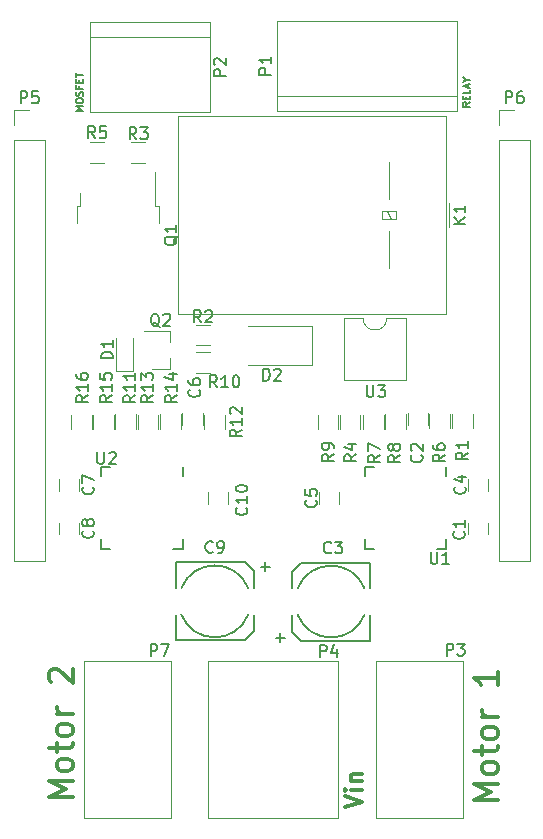
<source format=gto>
%TF.GenerationSoftware,KiCad,Pcbnew,5.1.5+dfsg1-2build2*%
%TF.CreationDate,2021-01-24T18:27:10+01:00*%
%TF.ProjectId,Placa-Caja-Coccion,506c6163-612d-4436-916a-612d436f6363,rev?*%
%TF.SameCoordinates,Original*%
%TF.FileFunction,Legend,Top*%
%TF.FilePolarity,Positive*%
%FSLAX46Y46*%
G04 Gerber Fmt 4.6, Leading zero omitted, Abs format (unit mm)*
G04 Created by KiCad (PCBNEW 5.1.5+dfsg1-2build2) date 2021-01-24 18:27:10*
%MOMM*%
%LPD*%
G04 APERTURE LIST*
%ADD10C,0.127000*%
%ADD11C,0.300000*%
%ADD12C,0.120000*%
%ADD13C,0.150000*%
G04 APERTURE END LIST*
D10*
X131021428Y-76557142D02*
X130421428Y-76557142D01*
X130850000Y-76357142D01*
X130421428Y-76157142D01*
X131021428Y-76157142D01*
X130421428Y-75757142D02*
X130421428Y-75642857D01*
X130450000Y-75585714D01*
X130507142Y-75528571D01*
X130621428Y-75500000D01*
X130821428Y-75500000D01*
X130935714Y-75528571D01*
X130992857Y-75585714D01*
X131021428Y-75642857D01*
X131021428Y-75757142D01*
X130992857Y-75814285D01*
X130935714Y-75871428D01*
X130821428Y-75900000D01*
X130621428Y-75900000D01*
X130507142Y-75871428D01*
X130450000Y-75814285D01*
X130421428Y-75757142D01*
X130992857Y-75271428D02*
X131021428Y-75185714D01*
X131021428Y-75042857D01*
X130992857Y-74985714D01*
X130964285Y-74957142D01*
X130907142Y-74928571D01*
X130850000Y-74928571D01*
X130792857Y-74957142D01*
X130764285Y-74985714D01*
X130735714Y-75042857D01*
X130707142Y-75157142D01*
X130678571Y-75214285D01*
X130650000Y-75242857D01*
X130592857Y-75271428D01*
X130535714Y-75271428D01*
X130478571Y-75242857D01*
X130450000Y-75214285D01*
X130421428Y-75157142D01*
X130421428Y-75014285D01*
X130450000Y-74928571D01*
X130707142Y-74471428D02*
X130707142Y-74671428D01*
X131021428Y-74671428D02*
X130421428Y-74671428D01*
X130421428Y-74385714D01*
X130707142Y-74157142D02*
X130707142Y-73957142D01*
X131021428Y-73871428D02*
X131021428Y-74157142D01*
X130421428Y-74157142D01*
X130421428Y-73871428D01*
X130421428Y-73700000D02*
X130421428Y-73357142D01*
X131021428Y-73528571D02*
X130421428Y-73528571D01*
X163771428Y-75842857D02*
X163485714Y-76042857D01*
X163771428Y-76185714D02*
X163171428Y-76185714D01*
X163171428Y-75957142D01*
X163200000Y-75900000D01*
X163228571Y-75871428D01*
X163285714Y-75842857D01*
X163371428Y-75842857D01*
X163428571Y-75871428D01*
X163457142Y-75900000D01*
X163485714Y-75957142D01*
X163485714Y-76185714D01*
X163457142Y-75585714D02*
X163457142Y-75385714D01*
X163771428Y-75300000D02*
X163771428Y-75585714D01*
X163171428Y-75585714D01*
X163171428Y-75300000D01*
X163771428Y-74757142D02*
X163771428Y-75042857D01*
X163171428Y-75042857D01*
X163600000Y-74585714D02*
X163600000Y-74300000D01*
X163771428Y-74642857D02*
X163171428Y-74442857D01*
X163771428Y-74242857D01*
X163485714Y-73928571D02*
X163771428Y-73928571D01*
X163171428Y-74128571D02*
X163485714Y-73928571D01*
X163171428Y-73728571D01*
D11*
X153178571Y-135535714D02*
X154678571Y-135035714D01*
X153178571Y-134535714D01*
X154678571Y-134035714D02*
X153678571Y-134035714D01*
X153178571Y-134035714D02*
X153250000Y-134107142D01*
X153321428Y-134035714D01*
X153250000Y-133964285D01*
X153178571Y-134035714D01*
X153321428Y-134035714D01*
X153678571Y-133321428D02*
X154678571Y-133321428D01*
X153821428Y-133321428D02*
X153750000Y-133250000D01*
X153678571Y-133107142D01*
X153678571Y-132892857D01*
X153750000Y-132750000D01*
X153892857Y-132678571D01*
X154678571Y-132678571D01*
X130154761Y-134630952D02*
X128154761Y-134630952D01*
X129583333Y-133964285D01*
X128154761Y-133297619D01*
X130154761Y-133297619D01*
X130154761Y-132059523D02*
X130059523Y-132250000D01*
X129964285Y-132345238D01*
X129773809Y-132440476D01*
X129202380Y-132440476D01*
X129011904Y-132345238D01*
X128916666Y-132250000D01*
X128821428Y-132059523D01*
X128821428Y-131773809D01*
X128916666Y-131583333D01*
X129011904Y-131488095D01*
X129202380Y-131392857D01*
X129773809Y-131392857D01*
X129964285Y-131488095D01*
X130059523Y-131583333D01*
X130154761Y-131773809D01*
X130154761Y-132059523D01*
X128821428Y-130821428D02*
X128821428Y-130059523D01*
X128154761Y-130535714D02*
X129869047Y-130535714D01*
X130059523Y-130440476D01*
X130154761Y-130250000D01*
X130154761Y-130059523D01*
X130154761Y-129107142D02*
X130059523Y-129297619D01*
X129964285Y-129392857D01*
X129773809Y-129488095D01*
X129202380Y-129488095D01*
X129011904Y-129392857D01*
X128916666Y-129297619D01*
X128821428Y-129107142D01*
X128821428Y-128821428D01*
X128916666Y-128630952D01*
X129011904Y-128535714D01*
X129202380Y-128440476D01*
X129773809Y-128440476D01*
X129964285Y-128535714D01*
X130059523Y-128630952D01*
X130154761Y-128821428D01*
X130154761Y-129107142D01*
X130154761Y-127583333D02*
X128821428Y-127583333D01*
X129202380Y-127583333D02*
X129011904Y-127488095D01*
X128916666Y-127392857D01*
X128821428Y-127202380D01*
X128821428Y-127011904D01*
X128345238Y-124916666D02*
X128250000Y-124821428D01*
X128154761Y-124630952D01*
X128154761Y-124154761D01*
X128250000Y-123964285D01*
X128345238Y-123869047D01*
X128535714Y-123773809D01*
X128726190Y-123773809D01*
X129011904Y-123869047D01*
X130154761Y-125011904D01*
X130154761Y-123773809D01*
X166154761Y-134880952D02*
X164154761Y-134880952D01*
X165583333Y-134214285D01*
X164154761Y-133547619D01*
X166154761Y-133547619D01*
X166154761Y-132309523D02*
X166059523Y-132500000D01*
X165964285Y-132595238D01*
X165773809Y-132690476D01*
X165202380Y-132690476D01*
X165011904Y-132595238D01*
X164916666Y-132500000D01*
X164821428Y-132309523D01*
X164821428Y-132023809D01*
X164916666Y-131833333D01*
X165011904Y-131738095D01*
X165202380Y-131642857D01*
X165773809Y-131642857D01*
X165964285Y-131738095D01*
X166059523Y-131833333D01*
X166154761Y-132023809D01*
X166154761Y-132309523D01*
X164821428Y-131071428D02*
X164821428Y-130309523D01*
X164154761Y-130785714D02*
X165869047Y-130785714D01*
X166059523Y-130690476D01*
X166154761Y-130500000D01*
X166154761Y-130309523D01*
X166154761Y-129357142D02*
X166059523Y-129547619D01*
X165964285Y-129642857D01*
X165773809Y-129738095D01*
X165202380Y-129738095D01*
X165011904Y-129642857D01*
X164916666Y-129547619D01*
X164821428Y-129357142D01*
X164821428Y-129071428D01*
X164916666Y-128880952D01*
X165011904Y-128785714D01*
X165202380Y-128690476D01*
X165773809Y-128690476D01*
X165964285Y-128785714D01*
X166059523Y-128880952D01*
X166154761Y-129071428D01*
X166154761Y-129357142D01*
X166154761Y-127833333D02*
X164821428Y-127833333D01*
X165202380Y-127833333D02*
X165011904Y-127738095D01*
X164916666Y-127642857D01*
X164821428Y-127452380D01*
X164821428Y-127261904D01*
X166154761Y-124023809D02*
X166154761Y-125166666D01*
X166154761Y-124595238D02*
X164154761Y-124595238D01*
X164440476Y-124785714D01*
X164630952Y-124976190D01*
X164726190Y-125166666D01*
D12*
X141790000Y-69037200D02*
X131630000Y-69037200D01*
X141790000Y-76657200D02*
X141790000Y-69037200D01*
X131630000Y-76657200D02*
X141790000Y-76657200D01*
X131630000Y-69037200D02*
X131630000Y-76657200D01*
X131630000Y-70307200D02*
X141790000Y-70307200D01*
X147460000Y-76560000D02*
X162700000Y-76560000D01*
X147460000Y-68940000D02*
X162700000Y-68940000D01*
X147460000Y-75290000D02*
X162700000Y-75290000D01*
X162700000Y-76560000D02*
X162700000Y-68940000D01*
X147460000Y-76560000D02*
X147460000Y-68940000D01*
X155817080Y-136452120D02*
X155817080Y-123102120D01*
X155817080Y-123102120D02*
X163217080Y-123102120D01*
X163217080Y-123102120D02*
X163217080Y-136452120D01*
X163217080Y-136452120D02*
X155817080Y-136452120D01*
D13*
X149196274Y-119215446D02*
G75*
G03X154861260Y-119217440I2832886J1115606D01*
G01*
X154861260Y-116982240D02*
G75*
G03X149197060Y-116982240I-2832100J-1117600D01*
G01*
X155331160Y-121401840D02*
X155331160Y-119217440D01*
X155331160Y-114797840D02*
X155331160Y-116982240D01*
X148727160Y-120639840D02*
X148727160Y-119217440D01*
X148727160Y-115559840D02*
X148727160Y-116982240D01*
X155331160Y-121401840D02*
X149489160Y-121401840D01*
X149489160Y-121401840D02*
X148727160Y-120639840D01*
X148727160Y-115559840D02*
X149489160Y-114797840D01*
X149489160Y-114797840D02*
X155331160Y-114797840D01*
X144724120Y-121386600D02*
X138882120Y-121386600D01*
X145486120Y-120624600D02*
X144724120Y-121386600D01*
X144724120Y-114782600D02*
X145486120Y-115544600D01*
X138882120Y-114782600D02*
X144724120Y-114782600D01*
X145486120Y-120624600D02*
X145486120Y-119202200D01*
X145486120Y-115544600D02*
X145486120Y-116967000D01*
X138882120Y-121386600D02*
X138882120Y-119202200D01*
X138882120Y-114782600D02*
X138882120Y-116967000D01*
X139352020Y-119202200D02*
G75*
G03X145016220Y-119202200I2832100J1117600D01*
G01*
X145017006Y-116968994D02*
G75*
G03X139352020Y-116967000I-2832886J-1115606D01*
G01*
D12*
X165299760Y-112407320D02*
X165299760Y-111407320D01*
X163599760Y-111407320D02*
X163599760Y-112407320D01*
X158524840Y-102145720D02*
X158524840Y-103145720D01*
X160224840Y-103145720D02*
X160224840Y-102145720D01*
X163635320Y-107704000D02*
X163635320Y-108704000D01*
X165335320Y-108704000D02*
X165335320Y-107704000D01*
X152736920Y-109847000D02*
X152736920Y-108847000D01*
X151036920Y-108847000D02*
X151036920Y-109847000D01*
X139449440Y-102171880D02*
X139449440Y-103171880D01*
X141149440Y-103171880D02*
X141149440Y-102171880D01*
X129004960Y-107734480D02*
X129004960Y-108734480D01*
X130704960Y-108734480D02*
X130704960Y-107734480D01*
X130704960Y-112422560D02*
X130704960Y-111422560D01*
X129004960Y-111422560D02*
X129004960Y-112422560D01*
X143308440Y-109847000D02*
X143308440Y-108847000D01*
X141608440Y-108847000D02*
X141608440Y-109847000D01*
X133853960Y-98579080D02*
X135253960Y-98579080D01*
X135253960Y-98579080D02*
X135253960Y-95779080D01*
X133853960Y-98579080D02*
X133853960Y-95779080D01*
X150410120Y-98083640D02*
X150410120Y-94783640D01*
X150410120Y-94783640D02*
X145010120Y-94783640D01*
X150410120Y-98083640D02*
X145010120Y-98083640D01*
X139096240Y-93714320D02*
X161796240Y-93714320D01*
X161796240Y-93714320D02*
X161796240Y-77014320D01*
X161796240Y-77014320D02*
X139096240Y-77014320D01*
X139096240Y-77014320D02*
X139096240Y-93714320D01*
X156746240Y-85014320D02*
X157146240Y-85714320D01*
X156346240Y-85714320D02*
X157546240Y-85714320D01*
X157546240Y-85714320D02*
X157546240Y-85014320D01*
X157546240Y-85014320D02*
X156346240Y-85014320D01*
X156346240Y-85014320D02*
X156346240Y-85714320D01*
X162056240Y-84364320D02*
X162056240Y-86364320D01*
X156946240Y-80864320D02*
X156946240Y-84014320D01*
X156946240Y-86714320D02*
X156946240Y-89864320D01*
X141640800Y-136452120D02*
X141640800Y-123102120D01*
X141640800Y-123102120D02*
X152640800Y-123102120D01*
X152640800Y-123102120D02*
X152640800Y-136452120D01*
X152640800Y-136452120D02*
X141640800Y-136452120D01*
X125156920Y-114669880D02*
X127816920Y-114669880D01*
X125156920Y-79049880D02*
X125156920Y-114669880D01*
X127816920Y-79049880D02*
X127816920Y-114669880D01*
X125156920Y-79049880D02*
X127816920Y-79049880D01*
X125156920Y-77779880D02*
X125156920Y-76449880D01*
X125156920Y-76449880D02*
X126486920Y-76449880D01*
X166213480Y-76444800D02*
X167543480Y-76444800D01*
X166213480Y-77774800D02*
X166213480Y-76444800D01*
X166213480Y-79044800D02*
X168873480Y-79044800D01*
X168873480Y-79044800D02*
X168873480Y-114664800D01*
X166213480Y-79044800D02*
X166213480Y-114664800D01*
X166213480Y-114664800D02*
X168873480Y-114664800D01*
X138492720Y-136452120D02*
X131092720Y-136452120D01*
X138492720Y-123102120D02*
X138492720Y-136452120D01*
X131092720Y-123102120D02*
X138492720Y-123102120D01*
X131092720Y-136452120D02*
X131092720Y-123102120D01*
X137429920Y-86091040D02*
X137429920Y-84591040D01*
X137429920Y-84591040D02*
X137159920Y-84591040D01*
X137159920Y-84591040D02*
X137159920Y-81761040D01*
X130529920Y-86091040D02*
X130529920Y-84591040D01*
X130529920Y-84591040D02*
X130799920Y-84591040D01*
X130799920Y-84591040D02*
X130799920Y-83491040D01*
X138361960Y-98374320D02*
X138361960Y-97444320D01*
X138361960Y-95214320D02*
X138361960Y-96144320D01*
X138361960Y-95214320D02*
X136201960Y-95214320D01*
X138361960Y-98374320D02*
X136901960Y-98374320D01*
X162299760Y-103414120D02*
X162299760Y-102214120D01*
X164059760Y-102214120D02*
X164059760Y-103414120D01*
X141783360Y-96404320D02*
X140583360Y-96404320D01*
X140583360Y-94644320D02*
X141783360Y-94644320D01*
X136317280Y-80945880D02*
X135117280Y-80945880D01*
X135117280Y-79185880D02*
X136317280Y-79185880D01*
X154514440Y-102280160D02*
X154514440Y-103480160D01*
X152754440Y-103480160D02*
X152754440Y-102280160D01*
X132822201Y-80935720D02*
X131622201Y-80935720D01*
X131622201Y-79175720D02*
X132822201Y-79175720D01*
X162124280Y-102229360D02*
X162124280Y-103429360D01*
X160364280Y-103429360D02*
X160364280Y-102229360D01*
X154715320Y-103480160D02*
X154715320Y-102280160D01*
X156475320Y-102280160D02*
X156475320Y-103480160D01*
X158354920Y-102249640D02*
X158354920Y-103449640D01*
X156594920Y-103449640D02*
X156594920Y-102249640D01*
X150890080Y-103510640D02*
X150890080Y-102310640D01*
X152650080Y-102310640D02*
X152650080Y-103510640D01*
X141808760Y-98720800D02*
X140608760Y-98720800D01*
X140608760Y-96960800D02*
X141808760Y-96960800D01*
X135515240Y-102259840D02*
X135515240Y-103459840D01*
X133755240Y-103459840D02*
X133755240Y-102259840D01*
X141258400Y-103490320D02*
X141258400Y-102290320D01*
X143018400Y-102290320D02*
X143018400Y-103490320D01*
X137410080Y-102264920D02*
X137410080Y-103464920D01*
X135650080Y-103464920D02*
X135650080Y-102264920D01*
X137585560Y-103449680D02*
X137585560Y-102249680D01*
X139345560Y-102249680D02*
X139345560Y-103449680D01*
X133640720Y-102275080D02*
X133640720Y-103475080D01*
X131880720Y-103475080D02*
X131880720Y-102275080D01*
X130011280Y-103475080D02*
X130011280Y-102275080D01*
X131771280Y-102275080D02*
X131771280Y-103475080D01*
D13*
X161795289Y-113614440D02*
X161005289Y-113614440D01*
X161795289Y-113614440D02*
X161795289Y-112824440D01*
X154865289Y-113614440D02*
X154865289Y-112824440D01*
X154865289Y-113614440D02*
X155655289Y-113614440D01*
X154865289Y-106684440D02*
X155655289Y-106684440D01*
X154865289Y-106684440D02*
X154865289Y-107474440D01*
X161795289Y-106684440D02*
X161795289Y-107474440D01*
X139462000Y-106684440D02*
X139462000Y-107474440D01*
X132532000Y-106684440D02*
X132532000Y-107474440D01*
X132532000Y-106684440D02*
X133322000Y-106684440D01*
X132532000Y-113614440D02*
X133322000Y-113614440D01*
X132532000Y-113614440D02*
X132532000Y-112824440D01*
X139462000Y-113614440D02*
X139462000Y-112824440D01*
X139462000Y-113614440D02*
X138672000Y-113614440D01*
D12*
X156747720Y-94113040D02*
G75*
G02X154747720Y-94113040I-1000000J0D01*
G01*
X154747720Y-94113040D02*
X153097720Y-94113040D01*
X153097720Y-94113040D02*
X153097720Y-99313040D01*
X153097720Y-99313040D02*
X158397720Y-99313040D01*
X158397720Y-99313040D02*
X158397720Y-94113040D01*
X158397720Y-94113040D02*
X156747720Y-94113040D01*
D13*
X143111060Y-73605615D02*
X142111060Y-73605615D01*
X142111060Y-73224662D01*
X142158680Y-73129424D01*
X142206299Y-73081805D01*
X142301537Y-73034186D01*
X142444394Y-73034186D01*
X142539632Y-73081805D01*
X142587251Y-73129424D01*
X142634870Y-73224662D01*
X142634870Y-73605615D01*
X142206299Y-72653234D02*
X142158680Y-72605615D01*
X142111060Y-72510377D01*
X142111060Y-72272281D01*
X142158680Y-72177043D01*
X142206299Y-72129424D01*
X142301537Y-72081805D01*
X142396775Y-72081805D01*
X142539632Y-72129424D01*
X143111060Y-72700853D01*
X143111060Y-72081805D01*
X146952380Y-73488095D02*
X145952380Y-73488095D01*
X145952380Y-73107142D01*
X146000000Y-73011904D01*
X146047619Y-72964285D01*
X146142857Y-72916666D01*
X146285714Y-72916666D01*
X146380952Y-72964285D01*
X146428571Y-73011904D01*
X146476190Y-73107142D01*
X146476190Y-73488095D01*
X146952380Y-71964285D02*
X146952380Y-72535714D01*
X146952380Y-72250000D02*
X145952380Y-72250000D01*
X146095238Y-72345238D01*
X146190476Y-72440476D01*
X146238095Y-72535714D01*
X161811904Y-122677380D02*
X161811904Y-121677380D01*
X162192857Y-121677380D01*
X162288095Y-121725000D01*
X162335714Y-121772619D01*
X162383333Y-121867857D01*
X162383333Y-122010714D01*
X162335714Y-122105952D01*
X162288095Y-122153571D01*
X162192857Y-122201190D01*
X161811904Y-122201190D01*
X162716666Y-121677380D02*
X163335714Y-121677380D01*
X163002380Y-122058333D01*
X163145238Y-122058333D01*
X163240476Y-122105952D01*
X163288095Y-122153571D01*
X163335714Y-122248809D01*
X163335714Y-122486904D01*
X163288095Y-122582142D01*
X163240476Y-122629761D01*
X163145238Y-122677380D01*
X162859523Y-122677380D01*
X162764285Y-122629761D01*
X162716666Y-122582142D01*
X152033333Y-113932142D02*
X151985714Y-113979761D01*
X151842857Y-114027380D01*
X151747619Y-114027380D01*
X151604761Y-113979761D01*
X151509523Y-113884523D01*
X151461904Y-113789285D01*
X151414285Y-113598809D01*
X151414285Y-113455952D01*
X151461904Y-113265476D01*
X151509523Y-113170238D01*
X151604761Y-113075000D01*
X151747619Y-113027380D01*
X151842857Y-113027380D01*
X151985714Y-113075000D01*
X152033333Y-113122619D01*
X152366666Y-113027380D02*
X152985714Y-113027380D01*
X152652380Y-113408333D01*
X152795238Y-113408333D01*
X152890476Y-113455952D01*
X152938095Y-113503571D01*
X152985714Y-113598809D01*
X152985714Y-113836904D01*
X152938095Y-113932142D01*
X152890476Y-113979761D01*
X152795238Y-114027380D01*
X152509523Y-114027380D01*
X152414285Y-113979761D01*
X152366666Y-113932142D01*
X147368307Y-121181168D02*
X148130212Y-121181168D01*
X147749260Y-121562120D02*
X147749260Y-120800216D01*
X142017453Y-113882442D02*
X141969834Y-113930061D01*
X141826977Y-113977680D01*
X141731739Y-113977680D01*
X141588881Y-113930061D01*
X141493643Y-113834823D01*
X141446024Y-113739585D01*
X141398405Y-113549109D01*
X141398405Y-113406252D01*
X141446024Y-113215776D01*
X141493643Y-113120538D01*
X141588881Y-113025300D01*
X141731739Y-112977680D01*
X141826977Y-112977680D01*
X141969834Y-113025300D01*
X142017453Y-113072919D01*
X142493643Y-113977680D02*
X142684120Y-113977680D01*
X142779358Y-113930061D01*
X142826977Y-113882442D01*
X142922215Y-113739585D01*
X142969834Y-113549109D01*
X142969834Y-113168157D01*
X142922215Y-113072919D01*
X142874596Y-113025300D01*
X142779358Y-112977680D01*
X142588881Y-112977680D01*
X142493643Y-113025300D01*
X142446024Y-113072919D01*
X142398405Y-113168157D01*
X142398405Y-113406252D01*
X142446024Y-113501490D01*
X142493643Y-113549109D01*
X142588881Y-113596728D01*
X142779358Y-113596728D01*
X142874596Y-113549109D01*
X142922215Y-113501490D01*
X142969834Y-113406252D01*
X146083067Y-115146128D02*
X146844972Y-115146128D01*
X146464020Y-115527080D02*
X146464020Y-114765176D01*
X163257142Y-112166666D02*
X163304761Y-112214285D01*
X163352380Y-112357142D01*
X163352380Y-112452380D01*
X163304761Y-112595238D01*
X163209523Y-112690476D01*
X163114285Y-112738095D01*
X162923809Y-112785714D01*
X162780952Y-112785714D01*
X162590476Y-112738095D01*
X162495238Y-112690476D01*
X162400000Y-112595238D01*
X162352380Y-112452380D01*
X162352380Y-112357142D01*
X162400000Y-112214285D01*
X162447619Y-112166666D01*
X163352380Y-111214285D02*
X163352380Y-111785714D01*
X163352380Y-111500000D02*
X162352380Y-111500000D01*
X162495238Y-111595238D01*
X162590476Y-111690476D01*
X162638095Y-111785714D01*
X159682142Y-105691666D02*
X159729761Y-105739285D01*
X159777380Y-105882142D01*
X159777380Y-105977380D01*
X159729761Y-106120238D01*
X159634523Y-106215476D01*
X159539285Y-106263095D01*
X159348809Y-106310714D01*
X159205952Y-106310714D01*
X159015476Y-106263095D01*
X158920238Y-106215476D01*
X158825000Y-106120238D01*
X158777380Y-105977380D01*
X158777380Y-105882142D01*
X158825000Y-105739285D01*
X158872619Y-105691666D01*
X158872619Y-105310714D02*
X158825000Y-105263095D01*
X158777380Y-105167857D01*
X158777380Y-104929761D01*
X158825000Y-104834523D01*
X158872619Y-104786904D01*
X158967857Y-104739285D01*
X159063095Y-104739285D01*
X159205952Y-104786904D01*
X159777380Y-105358333D01*
X159777380Y-104739285D01*
X163357142Y-108370666D02*
X163404761Y-108418285D01*
X163452380Y-108561142D01*
X163452380Y-108656380D01*
X163404761Y-108799238D01*
X163309523Y-108894476D01*
X163214285Y-108942095D01*
X163023809Y-108989714D01*
X162880952Y-108989714D01*
X162690476Y-108942095D01*
X162595238Y-108894476D01*
X162500000Y-108799238D01*
X162452380Y-108656380D01*
X162452380Y-108561142D01*
X162500000Y-108418285D01*
X162547619Y-108370666D01*
X162785714Y-107513523D02*
X163452380Y-107513523D01*
X162404761Y-107751619D02*
X163119047Y-107989714D01*
X163119047Y-107370666D01*
X150744062Y-109513666D02*
X150791681Y-109561285D01*
X150839300Y-109704142D01*
X150839300Y-109799380D01*
X150791681Y-109942238D01*
X150696443Y-110037476D01*
X150601205Y-110085095D01*
X150410729Y-110132714D01*
X150267872Y-110132714D01*
X150077396Y-110085095D01*
X149982158Y-110037476D01*
X149886920Y-109942238D01*
X149839300Y-109799380D01*
X149839300Y-109704142D01*
X149886920Y-109561285D01*
X149934539Y-109513666D01*
X149839300Y-108608904D02*
X149839300Y-109085095D01*
X150315491Y-109132714D01*
X150267872Y-109085095D01*
X150220253Y-108989857D01*
X150220253Y-108751761D01*
X150267872Y-108656523D01*
X150315491Y-108608904D01*
X150410729Y-108561285D01*
X150648824Y-108561285D01*
X150744062Y-108608904D01*
X150791681Y-108656523D01*
X150839300Y-108751761D01*
X150839300Y-108989857D01*
X150791681Y-109085095D01*
X150744062Y-109132714D01*
X140857142Y-100166666D02*
X140904761Y-100214285D01*
X140952380Y-100357142D01*
X140952380Y-100452380D01*
X140904761Y-100595238D01*
X140809523Y-100690476D01*
X140714285Y-100738095D01*
X140523809Y-100785714D01*
X140380952Y-100785714D01*
X140190476Y-100738095D01*
X140095238Y-100690476D01*
X140000000Y-100595238D01*
X139952380Y-100452380D01*
X139952380Y-100357142D01*
X140000000Y-100214285D01*
X140047619Y-100166666D01*
X139952380Y-99309523D02*
X139952380Y-99500000D01*
X140000000Y-99595238D01*
X140047619Y-99642857D01*
X140190476Y-99738095D01*
X140380952Y-99785714D01*
X140761904Y-99785714D01*
X140857142Y-99738095D01*
X140904761Y-99690476D01*
X140952380Y-99595238D01*
X140952380Y-99404761D01*
X140904761Y-99309523D01*
X140857142Y-99261904D01*
X140761904Y-99214285D01*
X140523809Y-99214285D01*
X140428571Y-99261904D01*
X140380952Y-99309523D01*
X140333333Y-99404761D01*
X140333333Y-99595238D01*
X140380952Y-99690476D01*
X140428571Y-99738095D01*
X140523809Y-99785714D01*
X131857142Y-108401146D02*
X131904761Y-108448765D01*
X131952380Y-108591622D01*
X131952380Y-108686860D01*
X131904761Y-108829718D01*
X131809523Y-108924956D01*
X131714285Y-108972575D01*
X131523809Y-109020194D01*
X131380952Y-109020194D01*
X131190476Y-108972575D01*
X131095238Y-108924956D01*
X131000000Y-108829718D01*
X130952380Y-108686860D01*
X130952380Y-108591622D01*
X131000000Y-108448765D01*
X131047619Y-108401146D01*
X130952380Y-108067813D02*
X130952380Y-107401146D01*
X131952380Y-107829718D01*
X131857142Y-112089226D02*
X131904761Y-112136845D01*
X131952380Y-112279702D01*
X131952380Y-112374940D01*
X131904761Y-112517798D01*
X131809523Y-112613036D01*
X131714285Y-112660655D01*
X131523809Y-112708274D01*
X131380952Y-112708274D01*
X131190476Y-112660655D01*
X131095238Y-112613036D01*
X131000000Y-112517798D01*
X130952380Y-112374940D01*
X130952380Y-112279702D01*
X131000000Y-112136845D01*
X131047619Y-112089226D01*
X131380952Y-111517798D02*
X131333333Y-111613036D01*
X131285714Y-111660655D01*
X131190476Y-111708274D01*
X131142857Y-111708274D01*
X131047619Y-111660655D01*
X131000000Y-111613036D01*
X130952380Y-111517798D01*
X130952380Y-111327321D01*
X131000000Y-111232083D01*
X131047619Y-111184464D01*
X131142857Y-111136845D01*
X131190476Y-111136845D01*
X131285714Y-111184464D01*
X131333333Y-111232083D01*
X131380952Y-111327321D01*
X131380952Y-111517798D01*
X131428571Y-111613036D01*
X131476190Y-111660655D01*
X131571428Y-111708274D01*
X131761904Y-111708274D01*
X131857142Y-111660655D01*
X131904761Y-111613036D01*
X131952380Y-111517798D01*
X131952380Y-111327321D01*
X131904761Y-111232083D01*
X131857142Y-111184464D01*
X131761904Y-111136845D01*
X131571428Y-111136845D01*
X131476190Y-111184464D01*
X131428571Y-111232083D01*
X131380952Y-111327321D01*
X144857142Y-110142857D02*
X144904761Y-110190476D01*
X144952380Y-110333333D01*
X144952380Y-110428571D01*
X144904761Y-110571428D01*
X144809523Y-110666666D01*
X144714285Y-110714285D01*
X144523809Y-110761904D01*
X144380952Y-110761904D01*
X144190476Y-110714285D01*
X144095238Y-110666666D01*
X144000000Y-110571428D01*
X143952380Y-110428571D01*
X143952380Y-110333333D01*
X144000000Y-110190476D01*
X144047619Y-110142857D01*
X144952380Y-109190476D02*
X144952380Y-109761904D01*
X144952380Y-109476190D02*
X143952380Y-109476190D01*
X144095238Y-109571428D01*
X144190476Y-109666666D01*
X144238095Y-109761904D01*
X143952380Y-108571428D02*
X143952380Y-108476190D01*
X144000000Y-108380952D01*
X144047619Y-108333333D01*
X144142857Y-108285714D01*
X144333333Y-108238095D01*
X144571428Y-108238095D01*
X144761904Y-108285714D01*
X144857142Y-108333333D01*
X144904761Y-108380952D01*
X144952380Y-108476190D01*
X144952380Y-108571428D01*
X144904761Y-108666666D01*
X144857142Y-108714285D01*
X144761904Y-108761904D01*
X144571428Y-108809523D01*
X144333333Y-108809523D01*
X144142857Y-108761904D01*
X144047619Y-108714285D01*
X144000000Y-108666666D01*
X143952380Y-108571428D01*
X133556340Y-97517175D02*
X132556340Y-97517175D01*
X132556340Y-97279080D01*
X132603960Y-97136222D01*
X132699198Y-97040984D01*
X132794436Y-96993365D01*
X132984912Y-96945746D01*
X133127769Y-96945746D01*
X133318245Y-96993365D01*
X133413483Y-97040984D01*
X133508721Y-97136222D01*
X133556340Y-97279080D01*
X133556340Y-97517175D01*
X133556340Y-95993365D02*
X133556340Y-96564794D01*
X133556340Y-96279080D02*
X132556340Y-96279080D01*
X132699198Y-96374318D01*
X132794436Y-96469556D01*
X132842055Y-96564794D01*
X146272024Y-99386020D02*
X146272024Y-98386020D01*
X146510120Y-98386020D01*
X146652977Y-98433640D01*
X146748215Y-98528878D01*
X146795834Y-98624116D01*
X146843453Y-98814592D01*
X146843453Y-98957449D01*
X146795834Y-99147925D01*
X146748215Y-99243163D01*
X146652977Y-99338401D01*
X146510120Y-99386020D01*
X146272024Y-99386020D01*
X147224405Y-98481259D02*
X147272024Y-98433640D01*
X147367262Y-98386020D01*
X147605358Y-98386020D01*
X147700596Y-98433640D01*
X147748215Y-98481259D01*
X147795834Y-98576497D01*
X147795834Y-98671735D01*
X147748215Y-98814592D01*
X147176786Y-99386020D01*
X147795834Y-99386020D01*
X163398620Y-86102415D02*
X162398620Y-86102415D01*
X163398620Y-85530986D02*
X162827192Y-85959558D01*
X162398620Y-85530986D02*
X162970049Y-86102415D01*
X163398620Y-84578605D02*
X163398620Y-85150034D01*
X163398620Y-84864320D02*
X162398620Y-84864320D01*
X162541478Y-84959558D01*
X162636716Y-85054796D01*
X162684335Y-85150034D01*
X151086904Y-122777380D02*
X151086904Y-121777380D01*
X151467857Y-121777380D01*
X151563095Y-121825000D01*
X151610714Y-121872619D01*
X151658333Y-121967857D01*
X151658333Y-122110714D01*
X151610714Y-122205952D01*
X151563095Y-122253571D01*
X151467857Y-122301190D01*
X151086904Y-122301190D01*
X152515476Y-122110714D02*
X152515476Y-122777380D01*
X152277380Y-121729761D02*
X152039285Y-122444047D01*
X152658333Y-122444047D01*
X125748824Y-75902260D02*
X125748824Y-74902260D01*
X126129777Y-74902260D01*
X126225015Y-74949880D01*
X126272634Y-74997499D01*
X126320253Y-75092737D01*
X126320253Y-75235594D01*
X126272634Y-75330832D01*
X126225015Y-75378451D01*
X126129777Y-75426070D01*
X125748824Y-75426070D01*
X127225015Y-74902260D02*
X126748824Y-74902260D01*
X126701205Y-75378451D01*
X126748824Y-75330832D01*
X126844062Y-75283213D01*
X127082158Y-75283213D01*
X127177396Y-75330832D01*
X127225015Y-75378451D01*
X127272634Y-75473689D01*
X127272634Y-75711784D01*
X127225015Y-75807022D01*
X127177396Y-75854641D01*
X127082158Y-75902260D01*
X126844062Y-75902260D01*
X126748824Y-75854641D01*
X126701205Y-75807022D01*
X166805384Y-75897180D02*
X166805384Y-74897180D01*
X167186337Y-74897180D01*
X167281575Y-74944800D01*
X167329194Y-74992419D01*
X167376813Y-75087657D01*
X167376813Y-75230514D01*
X167329194Y-75325752D01*
X167281575Y-75373371D01*
X167186337Y-75420990D01*
X166805384Y-75420990D01*
X168233956Y-74897180D02*
X168043480Y-74897180D01*
X167948241Y-74944800D01*
X167900622Y-74992419D01*
X167805384Y-75135276D01*
X167757765Y-75325752D01*
X167757765Y-75706704D01*
X167805384Y-75801942D01*
X167853003Y-75849561D01*
X167948241Y-75897180D01*
X168138718Y-75897180D01*
X168233956Y-75849561D01*
X168281575Y-75801942D01*
X168329194Y-75706704D01*
X168329194Y-75468609D01*
X168281575Y-75373371D01*
X168233956Y-75325752D01*
X168138718Y-75278133D01*
X167948241Y-75278133D01*
X167853003Y-75325752D01*
X167805384Y-75373371D01*
X167757765Y-75468609D01*
X136761904Y-122727380D02*
X136761904Y-121727380D01*
X137142857Y-121727380D01*
X137238095Y-121775000D01*
X137285714Y-121822619D01*
X137333333Y-121917857D01*
X137333333Y-122060714D01*
X137285714Y-122155952D01*
X137238095Y-122203571D01*
X137142857Y-122251190D01*
X136761904Y-122251190D01*
X137666666Y-121727380D02*
X138333333Y-121727380D01*
X137904761Y-122727380D01*
X139027539Y-87156278D02*
X138979920Y-87251516D01*
X138884681Y-87346754D01*
X138741824Y-87489611D01*
X138694205Y-87584849D01*
X138694205Y-87680087D01*
X138932300Y-87632468D02*
X138884681Y-87727706D01*
X138789443Y-87822944D01*
X138598967Y-87870563D01*
X138265634Y-87870563D01*
X138075158Y-87822944D01*
X137979920Y-87727706D01*
X137932300Y-87632468D01*
X137932300Y-87441992D01*
X137979920Y-87346754D01*
X138075158Y-87251516D01*
X138265634Y-87203897D01*
X138598967Y-87203897D01*
X138789443Y-87251516D01*
X138884681Y-87346754D01*
X138932300Y-87441992D01*
X138932300Y-87632468D01*
X138932300Y-86251516D02*
X138932300Y-86822944D01*
X138932300Y-86537230D02*
X137932300Y-86537230D01*
X138075158Y-86632468D01*
X138170396Y-86727706D01*
X138218015Y-86822944D01*
X137506721Y-94841939D02*
X137411483Y-94794320D01*
X137316245Y-94699081D01*
X137173388Y-94556224D01*
X137078150Y-94508605D01*
X136982912Y-94508605D01*
X137030531Y-94746700D02*
X136935293Y-94699081D01*
X136840055Y-94603843D01*
X136792436Y-94413367D01*
X136792436Y-94080034D01*
X136840055Y-93889558D01*
X136935293Y-93794320D01*
X137030531Y-93746700D01*
X137221007Y-93746700D01*
X137316245Y-93794320D01*
X137411483Y-93889558D01*
X137459102Y-94080034D01*
X137459102Y-94413367D01*
X137411483Y-94603843D01*
X137316245Y-94699081D01*
X137221007Y-94746700D01*
X137030531Y-94746700D01*
X137840055Y-93841939D02*
X137887674Y-93794320D01*
X137982912Y-93746700D01*
X138221007Y-93746700D01*
X138316245Y-93794320D01*
X138363864Y-93841939D01*
X138411483Y-93937177D01*
X138411483Y-94032415D01*
X138363864Y-94175272D01*
X137792436Y-94746700D01*
X138411483Y-94746700D01*
X163602380Y-105491666D02*
X163126190Y-105825000D01*
X163602380Y-106063095D02*
X162602380Y-106063095D01*
X162602380Y-105682142D01*
X162650000Y-105586904D01*
X162697619Y-105539285D01*
X162792857Y-105491666D01*
X162935714Y-105491666D01*
X163030952Y-105539285D01*
X163078571Y-105586904D01*
X163126190Y-105682142D01*
X163126190Y-106063095D01*
X163602380Y-104539285D02*
X163602380Y-105110714D01*
X163602380Y-104825000D02*
X162602380Y-104825000D01*
X162745238Y-104920238D01*
X162840476Y-105015476D01*
X162888095Y-105110714D01*
X141016693Y-94452380D02*
X140683360Y-93976190D01*
X140445264Y-94452380D02*
X140445264Y-93452380D01*
X140826217Y-93452380D01*
X140921455Y-93500000D01*
X140969074Y-93547619D01*
X141016693Y-93642857D01*
X141016693Y-93785714D01*
X140969074Y-93880952D01*
X140921455Y-93928571D01*
X140826217Y-93976190D01*
X140445264Y-93976190D01*
X141397645Y-93547619D02*
X141445264Y-93500000D01*
X141540502Y-93452380D01*
X141778598Y-93452380D01*
X141873836Y-93500000D01*
X141921455Y-93547619D01*
X141969074Y-93642857D01*
X141969074Y-93738095D01*
X141921455Y-93880952D01*
X141350026Y-94452380D01*
X141969074Y-94452380D01*
X135550613Y-78952380D02*
X135217280Y-78476190D01*
X134979184Y-78952380D02*
X134979184Y-77952380D01*
X135360137Y-77952380D01*
X135455375Y-78000000D01*
X135502994Y-78047619D01*
X135550613Y-78142857D01*
X135550613Y-78285714D01*
X135502994Y-78380952D01*
X135455375Y-78428571D01*
X135360137Y-78476190D01*
X134979184Y-78476190D01*
X135883946Y-77952380D02*
X136502994Y-77952380D01*
X136169660Y-78333333D01*
X136312518Y-78333333D01*
X136407756Y-78380952D01*
X136455375Y-78428571D01*
X136502994Y-78523809D01*
X136502994Y-78761904D01*
X136455375Y-78857142D01*
X136407756Y-78904761D01*
X136312518Y-78952380D01*
X136026803Y-78952380D01*
X135931565Y-78904761D01*
X135883946Y-78857142D01*
X154152380Y-105641666D02*
X153676190Y-105975000D01*
X154152380Y-106213095D02*
X153152380Y-106213095D01*
X153152380Y-105832142D01*
X153200000Y-105736904D01*
X153247619Y-105689285D01*
X153342857Y-105641666D01*
X153485714Y-105641666D01*
X153580952Y-105689285D01*
X153628571Y-105736904D01*
X153676190Y-105832142D01*
X153676190Y-106213095D01*
X153485714Y-104784523D02*
X154152380Y-104784523D01*
X153104761Y-105022619D02*
X153819047Y-105260714D01*
X153819047Y-104641666D01*
X132055534Y-78858100D02*
X131722201Y-78381910D01*
X131484105Y-78858100D02*
X131484105Y-77858100D01*
X131865058Y-77858100D01*
X131960296Y-77905720D01*
X132007915Y-77953339D01*
X132055534Y-78048577D01*
X132055534Y-78191434D01*
X132007915Y-78286672D01*
X131960296Y-78334291D01*
X131865058Y-78381910D01*
X131484105Y-78381910D01*
X132960296Y-77858100D02*
X132484105Y-77858100D01*
X132436486Y-78334291D01*
X132484105Y-78286672D01*
X132579343Y-78239053D01*
X132817439Y-78239053D01*
X132912677Y-78286672D01*
X132960296Y-78334291D01*
X133007915Y-78429529D01*
X133007915Y-78667624D01*
X132960296Y-78762862D01*
X132912677Y-78810481D01*
X132817439Y-78858100D01*
X132579343Y-78858100D01*
X132484105Y-78810481D01*
X132436486Y-78762862D01*
X161652380Y-105666666D02*
X161176190Y-106000000D01*
X161652380Y-106238095D02*
X160652380Y-106238095D01*
X160652380Y-105857142D01*
X160700000Y-105761904D01*
X160747619Y-105714285D01*
X160842857Y-105666666D01*
X160985714Y-105666666D01*
X161080952Y-105714285D01*
X161128571Y-105761904D01*
X161176190Y-105857142D01*
X161176190Y-106238095D01*
X160652380Y-104809523D02*
X160652380Y-105000000D01*
X160700000Y-105095238D01*
X160747619Y-105142857D01*
X160890476Y-105238095D01*
X161080952Y-105285714D01*
X161461904Y-105285714D01*
X161557142Y-105238095D01*
X161604761Y-105190476D01*
X161652380Y-105095238D01*
X161652380Y-104904761D01*
X161604761Y-104809523D01*
X161557142Y-104761904D01*
X161461904Y-104714285D01*
X161223809Y-104714285D01*
X161128571Y-104761904D01*
X161080952Y-104809523D01*
X161033333Y-104904761D01*
X161033333Y-105095238D01*
X161080952Y-105190476D01*
X161128571Y-105238095D01*
X161223809Y-105285714D01*
X156152380Y-105716666D02*
X155676190Y-106050000D01*
X156152380Y-106288095D02*
X155152380Y-106288095D01*
X155152380Y-105907142D01*
X155200000Y-105811904D01*
X155247619Y-105764285D01*
X155342857Y-105716666D01*
X155485714Y-105716666D01*
X155580952Y-105764285D01*
X155628571Y-105811904D01*
X155676190Y-105907142D01*
X155676190Y-106288095D01*
X155152380Y-105383333D02*
X155152380Y-104716666D01*
X156152380Y-105145238D01*
X157877380Y-105691666D02*
X157401190Y-106025000D01*
X157877380Y-106263095D02*
X156877380Y-106263095D01*
X156877380Y-105882142D01*
X156925000Y-105786904D01*
X156972619Y-105739285D01*
X157067857Y-105691666D01*
X157210714Y-105691666D01*
X157305952Y-105739285D01*
X157353571Y-105786904D01*
X157401190Y-105882142D01*
X157401190Y-106263095D01*
X157305952Y-105120238D02*
X157258333Y-105215476D01*
X157210714Y-105263095D01*
X157115476Y-105310714D01*
X157067857Y-105310714D01*
X156972619Y-105263095D01*
X156925000Y-105215476D01*
X156877380Y-105120238D01*
X156877380Y-104929761D01*
X156925000Y-104834523D01*
X156972619Y-104786904D01*
X157067857Y-104739285D01*
X157115476Y-104739285D01*
X157210714Y-104786904D01*
X157258333Y-104834523D01*
X157305952Y-104929761D01*
X157305952Y-105120238D01*
X157353571Y-105215476D01*
X157401190Y-105263095D01*
X157496428Y-105310714D01*
X157686904Y-105310714D01*
X157782142Y-105263095D01*
X157829761Y-105215476D01*
X157877380Y-105120238D01*
X157877380Y-104929761D01*
X157829761Y-104834523D01*
X157782142Y-104786904D01*
X157686904Y-104739285D01*
X157496428Y-104739285D01*
X157401190Y-104786904D01*
X157353571Y-104834523D01*
X157305952Y-104929761D01*
X152252380Y-105616666D02*
X151776190Y-105950000D01*
X152252380Y-106188095D02*
X151252380Y-106188095D01*
X151252380Y-105807142D01*
X151300000Y-105711904D01*
X151347619Y-105664285D01*
X151442857Y-105616666D01*
X151585714Y-105616666D01*
X151680952Y-105664285D01*
X151728571Y-105711904D01*
X151776190Y-105807142D01*
X151776190Y-106188095D01*
X152252380Y-105140476D02*
X152252380Y-104950000D01*
X152204761Y-104854761D01*
X152157142Y-104807142D01*
X152014285Y-104711904D01*
X151823809Y-104664285D01*
X151442857Y-104664285D01*
X151347619Y-104711904D01*
X151300000Y-104759523D01*
X151252380Y-104854761D01*
X151252380Y-105045238D01*
X151300000Y-105140476D01*
X151347619Y-105188095D01*
X151442857Y-105235714D01*
X151680952Y-105235714D01*
X151776190Y-105188095D01*
X151823809Y-105140476D01*
X151871428Y-105045238D01*
X151871428Y-104854761D01*
X151823809Y-104759523D01*
X151776190Y-104711904D01*
X151680952Y-104664285D01*
X142357142Y-99952380D02*
X142023809Y-99476190D01*
X141785714Y-99952380D02*
X141785714Y-98952380D01*
X142166666Y-98952380D01*
X142261904Y-99000000D01*
X142309523Y-99047619D01*
X142357142Y-99142857D01*
X142357142Y-99285714D01*
X142309523Y-99380952D01*
X142261904Y-99428571D01*
X142166666Y-99476190D01*
X141785714Y-99476190D01*
X143309523Y-99952380D02*
X142738095Y-99952380D01*
X143023809Y-99952380D02*
X143023809Y-98952380D01*
X142928571Y-99095238D01*
X142833333Y-99190476D01*
X142738095Y-99238095D01*
X143928571Y-98952380D02*
X144023809Y-98952380D01*
X144119047Y-99000000D01*
X144166666Y-99047619D01*
X144214285Y-99142857D01*
X144261904Y-99333333D01*
X144261904Y-99571428D01*
X144214285Y-99761904D01*
X144166666Y-99857142D01*
X144119047Y-99904761D01*
X144023809Y-99952380D01*
X143928571Y-99952380D01*
X143833333Y-99904761D01*
X143785714Y-99857142D01*
X143738095Y-99761904D01*
X143690476Y-99571428D01*
X143690476Y-99333333D01*
X143738095Y-99142857D01*
X143785714Y-99047619D01*
X143833333Y-99000000D01*
X143928571Y-98952380D01*
X135452380Y-100642857D02*
X134976190Y-100976190D01*
X135452380Y-101214285D02*
X134452380Y-101214285D01*
X134452380Y-100833333D01*
X134500000Y-100738095D01*
X134547619Y-100690476D01*
X134642857Y-100642857D01*
X134785714Y-100642857D01*
X134880952Y-100690476D01*
X134928571Y-100738095D01*
X134976190Y-100833333D01*
X134976190Y-101214285D01*
X135452380Y-99690476D02*
X135452380Y-100261904D01*
X135452380Y-99976190D02*
X134452380Y-99976190D01*
X134595238Y-100071428D01*
X134690476Y-100166666D01*
X134738095Y-100261904D01*
X135452380Y-98738095D02*
X135452380Y-99309523D01*
X135452380Y-99023809D02*
X134452380Y-99023809D01*
X134595238Y-99119047D01*
X134690476Y-99214285D01*
X134738095Y-99309523D01*
X144452380Y-103533177D02*
X143976190Y-103866510D01*
X144452380Y-104104605D02*
X143452380Y-104104605D01*
X143452380Y-103723653D01*
X143500000Y-103628415D01*
X143547619Y-103580796D01*
X143642857Y-103533177D01*
X143785714Y-103533177D01*
X143880952Y-103580796D01*
X143928571Y-103628415D01*
X143976190Y-103723653D01*
X143976190Y-104104605D01*
X144452380Y-102580796D02*
X144452380Y-103152224D01*
X144452380Y-102866510D02*
X143452380Y-102866510D01*
X143595238Y-102961748D01*
X143690476Y-103056986D01*
X143738095Y-103152224D01*
X143547619Y-102199843D02*
X143500000Y-102152224D01*
X143452380Y-102056986D01*
X143452380Y-101818891D01*
X143500000Y-101723653D01*
X143547619Y-101676034D01*
X143642857Y-101628415D01*
X143738095Y-101628415D01*
X143880952Y-101676034D01*
X144452380Y-102247462D01*
X144452380Y-101628415D01*
X136952380Y-100642857D02*
X136476190Y-100976190D01*
X136952380Y-101214285D02*
X135952380Y-101214285D01*
X135952380Y-100833333D01*
X136000000Y-100738095D01*
X136047619Y-100690476D01*
X136142857Y-100642857D01*
X136285714Y-100642857D01*
X136380952Y-100690476D01*
X136428571Y-100738095D01*
X136476190Y-100833333D01*
X136476190Y-101214285D01*
X136952380Y-99690476D02*
X136952380Y-100261904D01*
X136952380Y-99976190D02*
X135952380Y-99976190D01*
X136095238Y-100071428D01*
X136190476Y-100166666D01*
X136238095Y-100261904D01*
X135952380Y-99357142D02*
X135952380Y-98738095D01*
X136333333Y-99071428D01*
X136333333Y-98928571D01*
X136380952Y-98833333D01*
X136428571Y-98785714D01*
X136523809Y-98738095D01*
X136761904Y-98738095D01*
X136857142Y-98785714D01*
X136904761Y-98833333D01*
X136952380Y-98928571D01*
X136952380Y-99214285D01*
X136904761Y-99309523D01*
X136857142Y-99357142D01*
X138952380Y-100642857D02*
X138476190Y-100976190D01*
X138952380Y-101214285D02*
X137952380Y-101214285D01*
X137952380Y-100833333D01*
X138000000Y-100738095D01*
X138047619Y-100690476D01*
X138142857Y-100642857D01*
X138285714Y-100642857D01*
X138380952Y-100690476D01*
X138428571Y-100738095D01*
X138476190Y-100833333D01*
X138476190Y-101214285D01*
X138952380Y-99690476D02*
X138952380Y-100261904D01*
X138952380Y-99976190D02*
X137952380Y-99976190D01*
X138095238Y-100071428D01*
X138190476Y-100166666D01*
X138238095Y-100261904D01*
X138285714Y-98833333D02*
X138952380Y-98833333D01*
X137904761Y-99071428D02*
X138619047Y-99309523D01*
X138619047Y-98690476D01*
X133452380Y-100642857D02*
X132976190Y-100976190D01*
X133452380Y-101214285D02*
X132452380Y-101214285D01*
X132452380Y-100833333D01*
X132500000Y-100738095D01*
X132547619Y-100690476D01*
X132642857Y-100642857D01*
X132785714Y-100642857D01*
X132880952Y-100690476D01*
X132928571Y-100738095D01*
X132976190Y-100833333D01*
X132976190Y-101214285D01*
X133452380Y-99690476D02*
X133452380Y-100261904D01*
X133452380Y-99976190D02*
X132452380Y-99976190D01*
X132595238Y-100071428D01*
X132690476Y-100166666D01*
X132738095Y-100261904D01*
X132452380Y-98785714D02*
X132452380Y-99261904D01*
X132928571Y-99309523D01*
X132880952Y-99261904D01*
X132833333Y-99166666D01*
X132833333Y-98928571D01*
X132880952Y-98833333D01*
X132928571Y-98785714D01*
X133023809Y-98738095D01*
X133261904Y-98738095D01*
X133357142Y-98785714D01*
X133404761Y-98833333D01*
X133452380Y-98928571D01*
X133452380Y-99166666D01*
X133404761Y-99261904D01*
X133357142Y-99309523D01*
X131452380Y-100642857D02*
X130976190Y-100976190D01*
X131452380Y-101214285D02*
X130452380Y-101214285D01*
X130452380Y-100833333D01*
X130500000Y-100738095D01*
X130547619Y-100690476D01*
X130642857Y-100642857D01*
X130785714Y-100642857D01*
X130880952Y-100690476D01*
X130928571Y-100738095D01*
X130976190Y-100833333D01*
X130976190Y-101214285D01*
X131452380Y-99690476D02*
X131452380Y-100261904D01*
X131452380Y-99976190D02*
X130452380Y-99976190D01*
X130595238Y-100071428D01*
X130690476Y-100166666D01*
X130738095Y-100261904D01*
X130452380Y-98833333D02*
X130452380Y-99023809D01*
X130500000Y-99119047D01*
X130547619Y-99166666D01*
X130690476Y-99261904D01*
X130880952Y-99309523D01*
X131261904Y-99309523D01*
X131357142Y-99261904D01*
X131404761Y-99214285D01*
X131452380Y-99119047D01*
X131452380Y-98928571D01*
X131404761Y-98833333D01*
X131357142Y-98785714D01*
X131261904Y-98738095D01*
X131023809Y-98738095D01*
X130928571Y-98785714D01*
X130880952Y-98833333D01*
X130833333Y-98928571D01*
X130833333Y-99119047D01*
X130880952Y-99214285D01*
X130928571Y-99261904D01*
X131023809Y-99309523D01*
X160463095Y-113902380D02*
X160463095Y-114711904D01*
X160510714Y-114807142D01*
X160558333Y-114854761D01*
X160653571Y-114902380D01*
X160844047Y-114902380D01*
X160939285Y-114854761D01*
X160986904Y-114807142D01*
X161034523Y-114711904D01*
X161034523Y-113902380D01*
X162034523Y-114902380D02*
X161463095Y-114902380D01*
X161748809Y-114902380D02*
X161748809Y-113902380D01*
X161653571Y-114045238D01*
X161558333Y-114140476D01*
X161463095Y-114188095D01*
X132238095Y-105452380D02*
X132238095Y-106261904D01*
X132285714Y-106357142D01*
X132333333Y-106404761D01*
X132428571Y-106452380D01*
X132619047Y-106452380D01*
X132714285Y-106404761D01*
X132761904Y-106357142D01*
X132809523Y-106261904D01*
X132809523Y-105452380D01*
X133238095Y-105547619D02*
X133285714Y-105500000D01*
X133380952Y-105452380D01*
X133619047Y-105452380D01*
X133714285Y-105500000D01*
X133761904Y-105547619D01*
X133809523Y-105642857D01*
X133809523Y-105738095D01*
X133761904Y-105880952D01*
X133190476Y-106452380D01*
X133809523Y-106452380D01*
X155046775Y-99782380D02*
X155046775Y-100591904D01*
X155094394Y-100687142D01*
X155142013Y-100734761D01*
X155237251Y-100782380D01*
X155427727Y-100782380D01*
X155522965Y-100734761D01*
X155570584Y-100687142D01*
X155618203Y-100591904D01*
X155618203Y-99782380D01*
X155999156Y-99782380D02*
X156618203Y-99782380D01*
X156284870Y-100163333D01*
X156427727Y-100163333D01*
X156522965Y-100210952D01*
X156570584Y-100258571D01*
X156618203Y-100353809D01*
X156618203Y-100591904D01*
X156570584Y-100687142D01*
X156522965Y-100734761D01*
X156427727Y-100782380D01*
X156142013Y-100782380D01*
X156046775Y-100734761D01*
X155999156Y-100687142D01*
M02*

</source>
